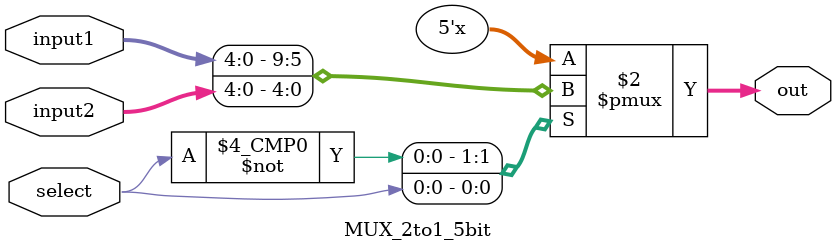
<source format=v>
`timescale 1 ns / 1 ps;
module MUX_2to1_5bit( input1 , input2, select, out );
  input [4:0] input1, input2;
  input select;
  output [4:0]out;
  reg [4:0]out;
  
  always @(input1 or input2 or select )
    begin 
      case(select)
       
          1'b0:   out=input1;
          1'b1:  out=input2;
          
      endcase
    end
 endmodule   
</source>
